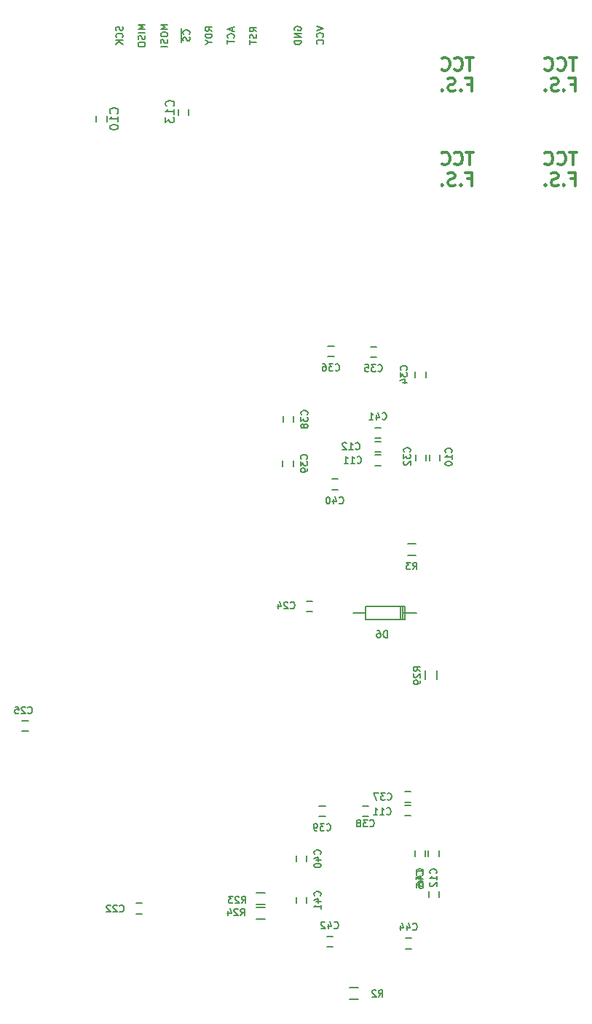
<source format=gbr>
G04 #@! TF.FileFunction,Legend,Bot*
%FSLAX46Y46*%
G04 Gerber Fmt 4.6, Leading zero omitted, Abs format (unit mm)*
G04 Created by KiCad (PCBNEW 4.0.2-stable) date 19/04/2016 11:25:51*
%MOMM*%
G01*
G04 APERTURE LIST*
%ADD10C,0.100000*%
%ADD11C,0.175000*%
%ADD12C,0.300000*%
%ADD13C,0.150000*%
G04 APERTURE END LIST*
D10*
D11*
X50009810Y-58534429D02*
X50047905Y-58648715D01*
X50047905Y-58839191D01*
X50009810Y-58915381D01*
X49971714Y-58953477D01*
X49895524Y-58991572D01*
X49819333Y-58991572D01*
X49743143Y-58953477D01*
X49705048Y-58915381D01*
X49666952Y-58839191D01*
X49628857Y-58686810D01*
X49590762Y-58610619D01*
X49552667Y-58572524D01*
X49476476Y-58534429D01*
X49400286Y-58534429D01*
X49324095Y-58572524D01*
X49286000Y-58610619D01*
X49247905Y-58686810D01*
X49247905Y-58877286D01*
X49286000Y-58991572D01*
X49971714Y-59791572D02*
X50009810Y-59753477D01*
X50047905Y-59639191D01*
X50047905Y-59563001D01*
X50009810Y-59448715D01*
X49933619Y-59372524D01*
X49857429Y-59334429D01*
X49705048Y-59296334D01*
X49590762Y-59296334D01*
X49438381Y-59334429D01*
X49362190Y-59372524D01*
X49286000Y-59448715D01*
X49247905Y-59563001D01*
X49247905Y-59639191D01*
X49286000Y-59753477D01*
X49324095Y-59791572D01*
X50047905Y-60134429D02*
X49247905Y-60134429D01*
X50047905Y-60591572D02*
X49590762Y-60248715D01*
X49247905Y-60591572D02*
X49705048Y-60134429D01*
X52637905Y-58305857D02*
X51837905Y-58305857D01*
X52409333Y-58572524D01*
X51837905Y-58839191D01*
X52637905Y-58839191D01*
X52637905Y-59220143D02*
X51837905Y-59220143D01*
X52599810Y-59563000D02*
X52637905Y-59677286D01*
X52637905Y-59867762D01*
X52599810Y-59943952D01*
X52561714Y-59982048D01*
X52485524Y-60020143D01*
X52409333Y-60020143D01*
X52333143Y-59982048D01*
X52295048Y-59943952D01*
X52256952Y-59867762D01*
X52218857Y-59715381D01*
X52180762Y-59639190D01*
X52142667Y-59601095D01*
X52066476Y-59563000D01*
X51990286Y-59563000D01*
X51914095Y-59601095D01*
X51876000Y-59639190D01*
X51837905Y-59715381D01*
X51837905Y-59905857D01*
X51876000Y-60020143D01*
X51837905Y-60515381D02*
X51837905Y-60667762D01*
X51876000Y-60743953D01*
X51952190Y-60820143D01*
X52104571Y-60858238D01*
X52371238Y-60858238D01*
X52523619Y-60820143D01*
X52599810Y-60743953D01*
X52637905Y-60667762D01*
X52637905Y-60515381D01*
X52599810Y-60439191D01*
X52523619Y-60363000D01*
X52371238Y-60324905D01*
X52104571Y-60324905D01*
X51952190Y-60363000D01*
X51876000Y-60439191D01*
X51837905Y-60515381D01*
X55227905Y-58305857D02*
X54427905Y-58305857D01*
X54999333Y-58572524D01*
X54427905Y-58839191D01*
X55227905Y-58839191D01*
X54427905Y-59372524D02*
X54427905Y-59524905D01*
X54466000Y-59601096D01*
X54542190Y-59677286D01*
X54694571Y-59715381D01*
X54961238Y-59715381D01*
X55113619Y-59677286D01*
X55189810Y-59601096D01*
X55227905Y-59524905D01*
X55227905Y-59372524D01*
X55189810Y-59296334D01*
X55113619Y-59220143D01*
X54961238Y-59182048D01*
X54694571Y-59182048D01*
X54542190Y-59220143D01*
X54466000Y-59296334D01*
X54427905Y-59372524D01*
X55189810Y-60020143D02*
X55227905Y-60134429D01*
X55227905Y-60324905D01*
X55189810Y-60401095D01*
X55151714Y-60439191D01*
X55075524Y-60477286D01*
X54999333Y-60477286D01*
X54923143Y-60439191D01*
X54885048Y-60401095D01*
X54846952Y-60324905D01*
X54808857Y-60172524D01*
X54770762Y-60096333D01*
X54732667Y-60058238D01*
X54656476Y-60020143D01*
X54580286Y-60020143D01*
X54504095Y-60058238D01*
X54466000Y-60096333D01*
X54427905Y-60172524D01*
X54427905Y-60363000D01*
X54466000Y-60477286D01*
X55227905Y-60820143D02*
X54427905Y-60820143D01*
X57741714Y-59429667D02*
X57779810Y-59391572D01*
X57817905Y-59277286D01*
X57817905Y-59201096D01*
X57779810Y-59086810D01*
X57703619Y-59010619D01*
X57627429Y-58972524D01*
X57475048Y-58934429D01*
X57360762Y-58934429D01*
X57208381Y-58972524D01*
X57132190Y-59010619D01*
X57056000Y-59086810D01*
X57017905Y-59201096D01*
X57017905Y-59277286D01*
X57056000Y-59391572D01*
X57094095Y-59429667D01*
X57779810Y-59734429D02*
X57817905Y-59848715D01*
X57817905Y-60039191D01*
X57779810Y-60115381D01*
X57741714Y-60153477D01*
X57665524Y-60191572D01*
X57589333Y-60191572D01*
X57513143Y-60153477D01*
X57475048Y-60115381D01*
X57436952Y-60039191D01*
X57398857Y-59886810D01*
X57360762Y-59810619D01*
X57322667Y-59772524D01*
X57246476Y-59734429D01*
X57170286Y-59734429D01*
X57094095Y-59772524D01*
X57056000Y-59810619D01*
X57017905Y-59886810D01*
X57017905Y-60077286D01*
X57056000Y-60191572D01*
X56880000Y-58782048D02*
X56880000Y-60343953D01*
X60407905Y-59067762D02*
X60026952Y-58801095D01*
X60407905Y-58610619D02*
X59607905Y-58610619D01*
X59607905Y-58915381D01*
X59646000Y-58991572D01*
X59684095Y-59029667D01*
X59760286Y-59067762D01*
X59874571Y-59067762D01*
X59950762Y-59029667D01*
X59988857Y-58991572D01*
X60026952Y-58915381D01*
X60026952Y-58610619D01*
X60407905Y-59410619D02*
X59607905Y-59410619D01*
X59607905Y-59601095D01*
X59646000Y-59715381D01*
X59722190Y-59791572D01*
X59798381Y-59829667D01*
X59950762Y-59867762D01*
X60065048Y-59867762D01*
X60217429Y-59829667D01*
X60293619Y-59791572D01*
X60369810Y-59715381D01*
X60407905Y-59601095D01*
X60407905Y-59410619D01*
X60026952Y-60363000D02*
X60407905Y-60363000D01*
X59607905Y-60096333D02*
X60026952Y-60363000D01*
X59607905Y-60629667D01*
X62769333Y-58667762D02*
X62769333Y-59048714D01*
X62997905Y-58591571D02*
X62197905Y-58858238D01*
X62997905Y-59124905D01*
X62921714Y-59848714D02*
X62959810Y-59810619D01*
X62997905Y-59696333D01*
X62997905Y-59620143D01*
X62959810Y-59505857D01*
X62883619Y-59429666D01*
X62807429Y-59391571D01*
X62655048Y-59353476D01*
X62540762Y-59353476D01*
X62388381Y-59391571D01*
X62312190Y-59429666D01*
X62236000Y-59505857D01*
X62197905Y-59620143D01*
X62197905Y-59696333D01*
X62236000Y-59810619D01*
X62274095Y-59848714D01*
X62197905Y-60077285D02*
X62197905Y-60534428D01*
X62997905Y-60305857D02*
X62197905Y-60305857D01*
X65587905Y-59124905D02*
X65206952Y-58858238D01*
X65587905Y-58667762D02*
X64787905Y-58667762D01*
X64787905Y-58972524D01*
X64826000Y-59048715D01*
X64864095Y-59086810D01*
X64940286Y-59124905D01*
X65054571Y-59124905D01*
X65130762Y-59086810D01*
X65168857Y-59048715D01*
X65206952Y-58972524D01*
X65206952Y-58667762D01*
X65549810Y-59429667D02*
X65587905Y-59543953D01*
X65587905Y-59734429D01*
X65549810Y-59810619D01*
X65511714Y-59848715D01*
X65435524Y-59886810D01*
X65359333Y-59886810D01*
X65283143Y-59848715D01*
X65245048Y-59810619D01*
X65206952Y-59734429D01*
X65168857Y-59582048D01*
X65130762Y-59505857D01*
X65092667Y-59467762D01*
X65016476Y-59429667D01*
X64940286Y-59429667D01*
X64864095Y-59467762D01*
X64826000Y-59505857D01*
X64787905Y-59582048D01*
X64787905Y-59772524D01*
X64826000Y-59886810D01*
X64787905Y-60115381D02*
X64787905Y-60572524D01*
X65587905Y-60343953D02*
X64787905Y-60343953D01*
X70006000Y-58953477D02*
X69967905Y-58877286D01*
X69967905Y-58763001D01*
X70006000Y-58648715D01*
X70082190Y-58572524D01*
X70158381Y-58534429D01*
X70310762Y-58496334D01*
X70425048Y-58496334D01*
X70577429Y-58534429D01*
X70653619Y-58572524D01*
X70729810Y-58648715D01*
X70767905Y-58763001D01*
X70767905Y-58839191D01*
X70729810Y-58953477D01*
X70691714Y-58991572D01*
X70425048Y-58991572D01*
X70425048Y-58839191D01*
X70767905Y-59334429D02*
X69967905Y-59334429D01*
X70767905Y-59791572D01*
X69967905Y-59791572D01*
X70767905Y-60172524D02*
X69967905Y-60172524D01*
X69967905Y-60363000D01*
X70006000Y-60477286D01*
X70082190Y-60553477D01*
X70158381Y-60591572D01*
X70310762Y-60629667D01*
X70425048Y-60629667D01*
X70577429Y-60591572D01*
X70653619Y-60553477D01*
X70729810Y-60477286D01*
X70767905Y-60363000D01*
X70767905Y-60172524D01*
X72557905Y-58496333D02*
X73357905Y-58763000D01*
X72557905Y-59029667D01*
X73281714Y-59753476D02*
X73319810Y-59715381D01*
X73357905Y-59601095D01*
X73357905Y-59524905D01*
X73319810Y-59410619D01*
X73243619Y-59334428D01*
X73167429Y-59296333D01*
X73015048Y-59258238D01*
X72900762Y-59258238D01*
X72748381Y-59296333D01*
X72672190Y-59334428D01*
X72596000Y-59410619D01*
X72557905Y-59524905D01*
X72557905Y-59601095D01*
X72596000Y-59715381D01*
X72634095Y-59753476D01*
X73281714Y-60553476D02*
X73319810Y-60515381D01*
X73357905Y-60401095D01*
X73357905Y-60324905D01*
X73319810Y-60210619D01*
X73243619Y-60134428D01*
X73167429Y-60096333D01*
X73015048Y-60058238D01*
X72900762Y-60058238D01*
X72748381Y-60096333D01*
X72672190Y-60134428D01*
X72596000Y-60210619D01*
X72557905Y-60324905D01*
X72557905Y-60401095D01*
X72596000Y-60515381D01*
X72634095Y-60553476D01*
D12*
X90828571Y-73099071D02*
X89971428Y-73099071D01*
X90399999Y-74599071D02*
X90399999Y-73099071D01*
X88614285Y-74456214D02*
X88685714Y-74527643D01*
X88900000Y-74599071D01*
X89042857Y-74599071D01*
X89257142Y-74527643D01*
X89400000Y-74384786D01*
X89471428Y-74241929D01*
X89542857Y-73956214D01*
X89542857Y-73741929D01*
X89471428Y-73456214D01*
X89400000Y-73313357D01*
X89257142Y-73170500D01*
X89042857Y-73099071D01*
X88900000Y-73099071D01*
X88685714Y-73170500D01*
X88614285Y-73241929D01*
X87114285Y-74456214D02*
X87185714Y-74527643D01*
X87400000Y-74599071D01*
X87542857Y-74599071D01*
X87757142Y-74527643D01*
X87900000Y-74384786D01*
X87971428Y-74241929D01*
X88042857Y-73956214D01*
X88042857Y-73741929D01*
X87971428Y-73456214D01*
X87900000Y-73313357D01*
X87757142Y-73170500D01*
X87542857Y-73099071D01*
X87400000Y-73099071D01*
X87185714Y-73170500D01*
X87114285Y-73241929D01*
X90114285Y-76213357D02*
X90614285Y-76213357D01*
X90614285Y-76999071D02*
X90614285Y-75499071D01*
X89899999Y-75499071D01*
X89328571Y-76856214D02*
X89257143Y-76927643D01*
X89328571Y-76999071D01*
X89400000Y-76927643D01*
X89328571Y-76856214D01*
X89328571Y-76999071D01*
X88685714Y-76927643D02*
X88471428Y-76999071D01*
X88114285Y-76999071D01*
X87971428Y-76927643D01*
X87899999Y-76856214D01*
X87828571Y-76713357D01*
X87828571Y-76570500D01*
X87899999Y-76427643D01*
X87971428Y-76356214D01*
X88114285Y-76284786D01*
X88399999Y-76213357D01*
X88542857Y-76141929D01*
X88614285Y-76070500D01*
X88685714Y-75927643D01*
X88685714Y-75784786D01*
X88614285Y-75641929D01*
X88542857Y-75570500D01*
X88399999Y-75499071D01*
X88042857Y-75499071D01*
X87828571Y-75570500D01*
X87185714Y-76856214D02*
X87114286Y-76927643D01*
X87185714Y-76999071D01*
X87257143Y-76927643D01*
X87185714Y-76856214D01*
X87185714Y-76999071D01*
X102830071Y-62113571D02*
X101972928Y-62113571D01*
X102401499Y-63613571D02*
X102401499Y-62113571D01*
X100615785Y-63470714D02*
X100687214Y-63542143D01*
X100901500Y-63613571D01*
X101044357Y-63613571D01*
X101258642Y-63542143D01*
X101401500Y-63399286D01*
X101472928Y-63256429D01*
X101544357Y-62970714D01*
X101544357Y-62756429D01*
X101472928Y-62470714D01*
X101401500Y-62327857D01*
X101258642Y-62185000D01*
X101044357Y-62113571D01*
X100901500Y-62113571D01*
X100687214Y-62185000D01*
X100615785Y-62256429D01*
X99115785Y-63470714D02*
X99187214Y-63542143D01*
X99401500Y-63613571D01*
X99544357Y-63613571D01*
X99758642Y-63542143D01*
X99901500Y-63399286D01*
X99972928Y-63256429D01*
X100044357Y-62970714D01*
X100044357Y-62756429D01*
X99972928Y-62470714D01*
X99901500Y-62327857D01*
X99758642Y-62185000D01*
X99544357Y-62113571D01*
X99401500Y-62113571D01*
X99187214Y-62185000D01*
X99115785Y-62256429D01*
X102115785Y-65227857D02*
X102615785Y-65227857D01*
X102615785Y-66013571D02*
X102615785Y-64513571D01*
X101901499Y-64513571D01*
X101330071Y-65870714D02*
X101258643Y-65942143D01*
X101330071Y-66013571D01*
X101401500Y-65942143D01*
X101330071Y-65870714D01*
X101330071Y-66013571D01*
X100687214Y-65942143D02*
X100472928Y-66013571D01*
X100115785Y-66013571D01*
X99972928Y-65942143D01*
X99901499Y-65870714D01*
X99830071Y-65727857D01*
X99830071Y-65585000D01*
X99901499Y-65442143D01*
X99972928Y-65370714D01*
X100115785Y-65299286D01*
X100401499Y-65227857D01*
X100544357Y-65156429D01*
X100615785Y-65085000D01*
X100687214Y-64942143D01*
X100687214Y-64799286D01*
X100615785Y-64656429D01*
X100544357Y-64585000D01*
X100401499Y-64513571D01*
X100044357Y-64513571D01*
X99830071Y-64585000D01*
X99187214Y-65870714D02*
X99115786Y-65942143D01*
X99187214Y-66013571D01*
X99258643Y-65942143D01*
X99187214Y-65870714D01*
X99187214Y-66013571D01*
X102830071Y-73099071D02*
X101972928Y-73099071D01*
X102401499Y-74599071D02*
X102401499Y-73099071D01*
X100615785Y-74456214D02*
X100687214Y-74527643D01*
X100901500Y-74599071D01*
X101044357Y-74599071D01*
X101258642Y-74527643D01*
X101401500Y-74384786D01*
X101472928Y-74241929D01*
X101544357Y-73956214D01*
X101544357Y-73741929D01*
X101472928Y-73456214D01*
X101401500Y-73313357D01*
X101258642Y-73170500D01*
X101044357Y-73099071D01*
X100901500Y-73099071D01*
X100687214Y-73170500D01*
X100615785Y-73241929D01*
X99115785Y-74456214D02*
X99187214Y-74527643D01*
X99401500Y-74599071D01*
X99544357Y-74599071D01*
X99758642Y-74527643D01*
X99901500Y-74384786D01*
X99972928Y-74241929D01*
X100044357Y-73956214D01*
X100044357Y-73741929D01*
X99972928Y-73456214D01*
X99901500Y-73313357D01*
X99758642Y-73170500D01*
X99544357Y-73099071D01*
X99401500Y-73099071D01*
X99187214Y-73170500D01*
X99115785Y-73241929D01*
X102115785Y-76213357D02*
X102615785Y-76213357D01*
X102615785Y-76999071D02*
X102615785Y-75499071D01*
X101901499Y-75499071D01*
X101330071Y-76856214D02*
X101258643Y-76927643D01*
X101330071Y-76999071D01*
X101401500Y-76927643D01*
X101330071Y-76856214D01*
X101330071Y-76999071D01*
X100687214Y-76927643D02*
X100472928Y-76999071D01*
X100115785Y-76999071D01*
X99972928Y-76927643D01*
X99901499Y-76856214D01*
X99830071Y-76713357D01*
X99830071Y-76570500D01*
X99901499Y-76427643D01*
X99972928Y-76356214D01*
X100115785Y-76284786D01*
X100401499Y-76213357D01*
X100544357Y-76141929D01*
X100615785Y-76070500D01*
X100687214Y-75927643D01*
X100687214Y-75784786D01*
X100615785Y-75641929D01*
X100544357Y-75570500D01*
X100401499Y-75499071D01*
X100044357Y-75499071D01*
X99830071Y-75570500D01*
X99187214Y-76856214D02*
X99115786Y-76927643D01*
X99187214Y-76999071D01*
X99258643Y-76927643D01*
X99187214Y-76856214D01*
X99187214Y-76999071D01*
X90828571Y-62113571D02*
X89971428Y-62113571D01*
X90399999Y-63613571D02*
X90399999Y-62113571D01*
X88614285Y-63470714D02*
X88685714Y-63542143D01*
X88900000Y-63613571D01*
X89042857Y-63613571D01*
X89257142Y-63542143D01*
X89400000Y-63399286D01*
X89471428Y-63256429D01*
X89542857Y-62970714D01*
X89542857Y-62756429D01*
X89471428Y-62470714D01*
X89400000Y-62327857D01*
X89257142Y-62185000D01*
X89042857Y-62113571D01*
X88900000Y-62113571D01*
X88685714Y-62185000D01*
X88614285Y-62256429D01*
X87114285Y-63470714D02*
X87185714Y-63542143D01*
X87400000Y-63613571D01*
X87542857Y-63613571D01*
X87757142Y-63542143D01*
X87900000Y-63399286D01*
X87971428Y-63256429D01*
X88042857Y-62970714D01*
X88042857Y-62756429D01*
X87971428Y-62470714D01*
X87900000Y-62327857D01*
X87757142Y-62185000D01*
X87542857Y-62113571D01*
X87400000Y-62113571D01*
X87185714Y-62185000D01*
X87114285Y-62256429D01*
X90114285Y-65227857D02*
X90614285Y-65227857D01*
X90614285Y-66013571D02*
X90614285Y-64513571D01*
X89899999Y-64513571D01*
X89328571Y-65870714D02*
X89257143Y-65942143D01*
X89328571Y-66013571D01*
X89400000Y-65942143D01*
X89328571Y-65870714D01*
X89328571Y-66013571D01*
X88685714Y-65942143D02*
X88471428Y-66013571D01*
X88114285Y-66013571D01*
X87971428Y-65942143D01*
X87899999Y-65870714D01*
X87828571Y-65727857D01*
X87828571Y-65585000D01*
X87899999Y-65442143D01*
X87971428Y-65370714D01*
X88114285Y-65299286D01*
X88399999Y-65227857D01*
X88542857Y-65156429D01*
X88614285Y-65085000D01*
X88685714Y-64942143D01*
X88685714Y-64799286D01*
X88614285Y-64656429D01*
X88542857Y-64585000D01*
X88399999Y-64513571D01*
X88042857Y-64513571D01*
X87828571Y-64585000D01*
X87185714Y-65870714D02*
X87114286Y-65942143D01*
X87185714Y-66013571D01*
X87257143Y-65942143D01*
X87185714Y-65870714D01*
X87185714Y-66013571D01*
D13*
X85696500Y-108235000D02*
X85696500Y-108935000D01*
X86896500Y-108935000D02*
X86896500Y-108235000D01*
X79342500Y-109502500D02*
X80042500Y-109502500D01*
X80042500Y-108302500D02*
X79342500Y-108302500D01*
X79342500Y-107915000D02*
X80042500Y-107915000D01*
X80042500Y-106715000D02*
X79342500Y-106715000D01*
X84109000Y-108235000D02*
X84109000Y-108935000D01*
X85309000Y-108935000D02*
X85309000Y-108235000D01*
X84045500Y-98583000D02*
X84045500Y-99283000D01*
X85245500Y-99283000D02*
X85245500Y-98583000D01*
X78834500Y-96929500D02*
X79534500Y-96929500D01*
X79534500Y-95729500D02*
X78834500Y-95729500D01*
X73881500Y-96866000D02*
X74581500Y-96866000D01*
X74581500Y-95666000D02*
X73881500Y-95666000D01*
X69878500Y-104490000D02*
X69878500Y-103790000D01*
X68678500Y-103790000D02*
X68678500Y-104490000D01*
X69837000Y-109613000D02*
X69837000Y-108913000D01*
X68637000Y-108913000D02*
X68637000Y-109613000D01*
X74326000Y-112296500D02*
X75026000Y-112296500D01*
X75026000Y-111096500D02*
X74326000Y-111096500D01*
X80042500Y-105127500D02*
X79342500Y-105127500D01*
X79342500Y-106327500D02*
X80042500Y-106327500D01*
X84129500Y-118641500D02*
X83129500Y-118641500D01*
X83129500Y-119991500D02*
X84129500Y-119991500D01*
X48161500Y-69565000D02*
X48161500Y-68865000D01*
X46961500Y-68865000D02*
X46961500Y-69565000D01*
X56486500Y-68103000D02*
X56486500Y-68803000D01*
X57686500Y-68803000D02*
X57686500Y-68103000D01*
X82835000Y-148618500D02*
X83535000Y-148618500D01*
X83535000Y-147418500D02*
X82835000Y-147418500D01*
X82835000Y-150206000D02*
X83535000Y-150206000D01*
X83535000Y-149006000D02*
X82835000Y-149006000D01*
X85569500Y-154209000D02*
X85569500Y-154909000D01*
X86769500Y-154909000D02*
X86769500Y-154209000D01*
X51593000Y-161572500D02*
X52293000Y-161572500D01*
X52293000Y-160372500D02*
X51593000Y-160372500D01*
X71405000Y-126457000D02*
X72105000Y-126457000D01*
X72105000Y-125257000D02*
X71405000Y-125257000D01*
X38321500Y-140363500D02*
X39021500Y-140363500D01*
X39021500Y-139163500D02*
X38321500Y-139163500D01*
X77882000Y-150269500D02*
X78582000Y-150269500D01*
X78582000Y-149069500D02*
X77882000Y-149069500D01*
X72865500Y-150269500D02*
X73565500Y-150269500D01*
X73565500Y-149069500D02*
X72865500Y-149069500D01*
X71402500Y-155544000D02*
X71402500Y-154844000D01*
X70202500Y-154844000D02*
X70202500Y-155544000D01*
X71402500Y-160370000D02*
X71402500Y-159670000D01*
X70202500Y-159670000D02*
X70202500Y-160370000D01*
X74454500Y-164246000D02*
X73754500Y-164246000D01*
X73754500Y-165446000D02*
X74454500Y-165446000D01*
X83598500Y-164436500D02*
X82898500Y-164436500D01*
X82898500Y-165636500D02*
X83598500Y-165636500D01*
X86833000Y-159671500D02*
X86833000Y-158971500D01*
X85633000Y-158971500D02*
X85633000Y-159671500D01*
X83982000Y-154209000D02*
X83982000Y-154909000D01*
X85182000Y-154909000D02*
X85182000Y-154209000D01*
X77398500Y-170140000D02*
X76398500Y-170140000D01*
X76398500Y-171490000D02*
X77398500Y-171490000D01*
X66540000Y-159154500D02*
X65540000Y-159154500D01*
X65540000Y-160504500D02*
X66540000Y-160504500D01*
X66540000Y-160869000D02*
X65540000Y-160869000D01*
X65540000Y-162219000D02*
X66540000Y-162219000D01*
X78231480Y-126616460D02*
X76834480Y-126616460D01*
X82676480Y-126616460D02*
X84200480Y-126616460D01*
X82295480Y-125854460D02*
X82295480Y-127378460D01*
X82549480Y-125854460D02*
X82549480Y-127378460D01*
X82803480Y-126616460D02*
X82803480Y-127378460D01*
X82803480Y-127378460D02*
X78231480Y-127378460D01*
X78231480Y-127378460D02*
X78231480Y-125854460D01*
X78231480Y-125854460D02*
X82803480Y-125854460D01*
X82803480Y-125854460D02*
X82803480Y-126616460D01*
X85177000Y-133358000D02*
X85177000Y-134358000D01*
X86527000Y-134358000D02*
X86527000Y-133358000D01*
X88233214Y-108007214D02*
X88271310Y-107969119D01*
X88309405Y-107854833D01*
X88309405Y-107778643D01*
X88271310Y-107664357D01*
X88195119Y-107588166D01*
X88118929Y-107550071D01*
X87966548Y-107511976D01*
X87852262Y-107511976D01*
X87699881Y-107550071D01*
X87623690Y-107588166D01*
X87547500Y-107664357D01*
X87509405Y-107778643D01*
X87509405Y-107854833D01*
X87547500Y-107969119D01*
X87585595Y-108007214D01*
X88309405Y-108769119D02*
X88309405Y-108311976D01*
X88309405Y-108540547D02*
X87509405Y-108540547D01*
X87623690Y-108464357D01*
X87699881Y-108388166D01*
X87737976Y-108311976D01*
X87509405Y-109264357D02*
X87509405Y-109340548D01*
X87547500Y-109416738D01*
X87585595Y-109454833D01*
X87661786Y-109492929D01*
X87814167Y-109531024D01*
X88004643Y-109531024D01*
X88157024Y-109492929D01*
X88233214Y-109454833D01*
X88271310Y-109416738D01*
X88309405Y-109340548D01*
X88309405Y-109264357D01*
X88271310Y-109188167D01*
X88233214Y-109150071D01*
X88157024Y-109111976D01*
X88004643Y-109073881D01*
X87814167Y-109073881D01*
X87661786Y-109111976D01*
X87585595Y-109150071D01*
X87547500Y-109188167D01*
X87509405Y-109264357D01*
X77285786Y-109188214D02*
X77323881Y-109226310D01*
X77438167Y-109264405D01*
X77514357Y-109264405D01*
X77628643Y-109226310D01*
X77704834Y-109150119D01*
X77742929Y-109073929D01*
X77781024Y-108921548D01*
X77781024Y-108807262D01*
X77742929Y-108654881D01*
X77704834Y-108578690D01*
X77628643Y-108502500D01*
X77514357Y-108464405D01*
X77438167Y-108464405D01*
X77323881Y-108502500D01*
X77285786Y-108540595D01*
X76523881Y-109264405D02*
X76981024Y-109264405D01*
X76752453Y-109264405D02*
X76752453Y-108464405D01*
X76828643Y-108578690D01*
X76904834Y-108654881D01*
X76981024Y-108692976D01*
X75761976Y-109264405D02*
X76219119Y-109264405D01*
X75990548Y-109264405D02*
X75990548Y-108464405D01*
X76066738Y-108578690D01*
X76142929Y-108654881D01*
X76219119Y-108692976D01*
X77095286Y-107600714D02*
X77133381Y-107638810D01*
X77247667Y-107676905D01*
X77323857Y-107676905D01*
X77438143Y-107638810D01*
X77514334Y-107562619D01*
X77552429Y-107486429D01*
X77590524Y-107334048D01*
X77590524Y-107219762D01*
X77552429Y-107067381D01*
X77514334Y-106991190D01*
X77438143Y-106915000D01*
X77323857Y-106876905D01*
X77247667Y-106876905D01*
X77133381Y-106915000D01*
X77095286Y-106953095D01*
X76333381Y-107676905D02*
X76790524Y-107676905D01*
X76561953Y-107676905D02*
X76561953Y-106876905D01*
X76638143Y-106991190D01*
X76714334Y-107067381D01*
X76790524Y-107105476D01*
X76028619Y-106953095D02*
X75990524Y-106915000D01*
X75914333Y-106876905D01*
X75723857Y-106876905D01*
X75647667Y-106915000D01*
X75609571Y-106953095D01*
X75571476Y-107029286D01*
X75571476Y-107105476D01*
X75609571Y-107219762D01*
X76066714Y-107676905D01*
X75571476Y-107676905D01*
X83407214Y-107943714D02*
X83445310Y-107905619D01*
X83483405Y-107791333D01*
X83483405Y-107715143D01*
X83445310Y-107600857D01*
X83369119Y-107524666D01*
X83292929Y-107486571D01*
X83140548Y-107448476D01*
X83026262Y-107448476D01*
X82873881Y-107486571D01*
X82797690Y-107524666D01*
X82721500Y-107600857D01*
X82683405Y-107715143D01*
X82683405Y-107791333D01*
X82721500Y-107905619D01*
X82759595Y-107943714D01*
X82683405Y-108210381D02*
X82683405Y-108705619D01*
X82988167Y-108438952D01*
X82988167Y-108553238D01*
X83026262Y-108629428D01*
X83064357Y-108667524D01*
X83140548Y-108705619D01*
X83331024Y-108705619D01*
X83407214Y-108667524D01*
X83445310Y-108629428D01*
X83483405Y-108553238D01*
X83483405Y-108324666D01*
X83445310Y-108248476D01*
X83407214Y-108210381D01*
X82759595Y-109010381D02*
X82721500Y-109048476D01*
X82683405Y-109124667D01*
X82683405Y-109315143D01*
X82721500Y-109391333D01*
X82759595Y-109429429D01*
X82835786Y-109467524D01*
X82911976Y-109467524D01*
X83026262Y-109429429D01*
X83483405Y-108972286D01*
X83483405Y-109467524D01*
X83031214Y-98418714D02*
X83069310Y-98380619D01*
X83107405Y-98266333D01*
X83107405Y-98190143D01*
X83069310Y-98075857D01*
X82993119Y-97999666D01*
X82916929Y-97961571D01*
X82764548Y-97923476D01*
X82650262Y-97923476D01*
X82497881Y-97961571D01*
X82421690Y-97999666D01*
X82345500Y-98075857D01*
X82307405Y-98190143D01*
X82307405Y-98266333D01*
X82345500Y-98380619D01*
X82383595Y-98418714D01*
X82307405Y-98685381D02*
X82307405Y-99180619D01*
X82612167Y-98913952D01*
X82612167Y-99028238D01*
X82650262Y-99104428D01*
X82688357Y-99142524D01*
X82764548Y-99180619D01*
X82955024Y-99180619D01*
X83031214Y-99142524D01*
X83069310Y-99104428D01*
X83107405Y-99028238D01*
X83107405Y-98799666D01*
X83069310Y-98723476D01*
X83031214Y-98685381D01*
X82574071Y-99866333D02*
X83107405Y-99866333D01*
X82269310Y-99675857D02*
X82840738Y-99485381D01*
X82840738Y-99980619D01*
X79698786Y-98515214D02*
X79736881Y-98553310D01*
X79851167Y-98591405D01*
X79927357Y-98591405D01*
X80041643Y-98553310D01*
X80117834Y-98477119D01*
X80155929Y-98400929D01*
X80194024Y-98248548D01*
X80194024Y-98134262D01*
X80155929Y-97981881D01*
X80117834Y-97905690D01*
X80041643Y-97829500D01*
X79927357Y-97791405D01*
X79851167Y-97791405D01*
X79736881Y-97829500D01*
X79698786Y-97867595D01*
X79432119Y-97791405D02*
X78936881Y-97791405D01*
X79203548Y-98096167D01*
X79089262Y-98096167D01*
X79013072Y-98134262D01*
X78974976Y-98172357D01*
X78936881Y-98248548D01*
X78936881Y-98439024D01*
X78974976Y-98515214D01*
X79013072Y-98553310D01*
X79089262Y-98591405D01*
X79317834Y-98591405D01*
X79394024Y-98553310D01*
X79432119Y-98515214D01*
X78213071Y-97791405D02*
X78594024Y-97791405D01*
X78632119Y-98172357D01*
X78594024Y-98134262D01*
X78517833Y-98096167D01*
X78327357Y-98096167D01*
X78251167Y-98134262D01*
X78213071Y-98172357D01*
X78174976Y-98248548D01*
X78174976Y-98439024D01*
X78213071Y-98515214D01*
X78251167Y-98553310D01*
X78327357Y-98591405D01*
X78517833Y-98591405D01*
X78594024Y-98553310D01*
X78632119Y-98515214D01*
X74745786Y-98451714D02*
X74783881Y-98489810D01*
X74898167Y-98527905D01*
X74974357Y-98527905D01*
X75088643Y-98489810D01*
X75164834Y-98413619D01*
X75202929Y-98337429D01*
X75241024Y-98185048D01*
X75241024Y-98070762D01*
X75202929Y-97918381D01*
X75164834Y-97842190D01*
X75088643Y-97766000D01*
X74974357Y-97727905D01*
X74898167Y-97727905D01*
X74783881Y-97766000D01*
X74745786Y-97804095D01*
X74479119Y-97727905D02*
X73983881Y-97727905D01*
X74250548Y-98032667D01*
X74136262Y-98032667D01*
X74060072Y-98070762D01*
X74021976Y-98108857D01*
X73983881Y-98185048D01*
X73983881Y-98375524D01*
X74021976Y-98451714D01*
X74060072Y-98489810D01*
X74136262Y-98527905D01*
X74364834Y-98527905D01*
X74441024Y-98489810D01*
X74479119Y-98451714D01*
X73298167Y-97727905D02*
X73450548Y-97727905D01*
X73526738Y-97766000D01*
X73564833Y-97804095D01*
X73641024Y-97918381D01*
X73679119Y-98070762D01*
X73679119Y-98375524D01*
X73641024Y-98451714D01*
X73602929Y-98489810D01*
X73526738Y-98527905D01*
X73374357Y-98527905D01*
X73298167Y-98489810D01*
X73260071Y-98451714D01*
X73221976Y-98375524D01*
X73221976Y-98185048D01*
X73260071Y-98108857D01*
X73298167Y-98070762D01*
X73374357Y-98032667D01*
X73526738Y-98032667D01*
X73602929Y-98070762D01*
X73641024Y-98108857D01*
X73679119Y-98185048D01*
X71464214Y-103625714D02*
X71502310Y-103587619D01*
X71540405Y-103473333D01*
X71540405Y-103397143D01*
X71502310Y-103282857D01*
X71426119Y-103206666D01*
X71349929Y-103168571D01*
X71197548Y-103130476D01*
X71083262Y-103130476D01*
X70930881Y-103168571D01*
X70854690Y-103206666D01*
X70778500Y-103282857D01*
X70740405Y-103397143D01*
X70740405Y-103473333D01*
X70778500Y-103587619D01*
X70816595Y-103625714D01*
X70740405Y-103892381D02*
X70740405Y-104387619D01*
X71045167Y-104120952D01*
X71045167Y-104235238D01*
X71083262Y-104311428D01*
X71121357Y-104349524D01*
X71197548Y-104387619D01*
X71388024Y-104387619D01*
X71464214Y-104349524D01*
X71502310Y-104311428D01*
X71540405Y-104235238D01*
X71540405Y-104006666D01*
X71502310Y-103930476D01*
X71464214Y-103892381D01*
X71083262Y-104844762D02*
X71045167Y-104768571D01*
X71007071Y-104730476D01*
X70930881Y-104692381D01*
X70892786Y-104692381D01*
X70816595Y-104730476D01*
X70778500Y-104768571D01*
X70740405Y-104844762D01*
X70740405Y-104997143D01*
X70778500Y-105073333D01*
X70816595Y-105111429D01*
X70892786Y-105149524D01*
X70930881Y-105149524D01*
X71007071Y-105111429D01*
X71045167Y-105073333D01*
X71083262Y-104997143D01*
X71083262Y-104844762D01*
X71121357Y-104768571D01*
X71159452Y-104730476D01*
X71235643Y-104692381D01*
X71388024Y-104692381D01*
X71464214Y-104730476D01*
X71502310Y-104768571D01*
X71540405Y-104844762D01*
X71540405Y-104997143D01*
X71502310Y-105073333D01*
X71464214Y-105111429D01*
X71388024Y-105149524D01*
X71235643Y-105149524D01*
X71159452Y-105111429D01*
X71121357Y-105073333D01*
X71083262Y-104997143D01*
X71422714Y-108748714D02*
X71460810Y-108710619D01*
X71498905Y-108596333D01*
X71498905Y-108520143D01*
X71460810Y-108405857D01*
X71384619Y-108329666D01*
X71308429Y-108291571D01*
X71156048Y-108253476D01*
X71041762Y-108253476D01*
X70889381Y-108291571D01*
X70813190Y-108329666D01*
X70737000Y-108405857D01*
X70698905Y-108520143D01*
X70698905Y-108596333D01*
X70737000Y-108710619D01*
X70775095Y-108748714D01*
X70698905Y-109015381D02*
X70698905Y-109510619D01*
X71003667Y-109243952D01*
X71003667Y-109358238D01*
X71041762Y-109434428D01*
X71079857Y-109472524D01*
X71156048Y-109510619D01*
X71346524Y-109510619D01*
X71422714Y-109472524D01*
X71460810Y-109434428D01*
X71498905Y-109358238D01*
X71498905Y-109129666D01*
X71460810Y-109053476D01*
X71422714Y-109015381D01*
X71498905Y-109891571D02*
X71498905Y-110043952D01*
X71460810Y-110120143D01*
X71422714Y-110158238D01*
X71308429Y-110234429D01*
X71156048Y-110272524D01*
X70851286Y-110272524D01*
X70775095Y-110234429D01*
X70737000Y-110196333D01*
X70698905Y-110120143D01*
X70698905Y-109967762D01*
X70737000Y-109891571D01*
X70775095Y-109853476D01*
X70851286Y-109815381D01*
X71041762Y-109815381D01*
X71117952Y-109853476D01*
X71156048Y-109891571D01*
X71194143Y-109967762D01*
X71194143Y-110120143D01*
X71156048Y-110196333D01*
X71117952Y-110234429D01*
X71041762Y-110272524D01*
X75190286Y-113882214D02*
X75228381Y-113920310D01*
X75342667Y-113958405D01*
X75418857Y-113958405D01*
X75533143Y-113920310D01*
X75609334Y-113844119D01*
X75647429Y-113767929D01*
X75685524Y-113615548D01*
X75685524Y-113501262D01*
X75647429Y-113348881D01*
X75609334Y-113272690D01*
X75533143Y-113196500D01*
X75418857Y-113158405D01*
X75342667Y-113158405D01*
X75228381Y-113196500D01*
X75190286Y-113234595D01*
X74504572Y-113425071D02*
X74504572Y-113958405D01*
X74695048Y-113120310D02*
X74885524Y-113691738D01*
X74390286Y-113691738D01*
X73933143Y-113158405D02*
X73856952Y-113158405D01*
X73780762Y-113196500D01*
X73742667Y-113234595D01*
X73704571Y-113310786D01*
X73666476Y-113463167D01*
X73666476Y-113653643D01*
X73704571Y-113806024D01*
X73742667Y-113882214D01*
X73780762Y-113920310D01*
X73856952Y-113958405D01*
X73933143Y-113958405D01*
X74009333Y-113920310D01*
X74047429Y-113882214D01*
X74085524Y-113806024D01*
X74123619Y-113653643D01*
X74123619Y-113463167D01*
X74085524Y-113310786D01*
X74047429Y-113234595D01*
X74009333Y-113196500D01*
X73933143Y-113158405D01*
X80206786Y-104113214D02*
X80244881Y-104151310D01*
X80359167Y-104189405D01*
X80435357Y-104189405D01*
X80549643Y-104151310D01*
X80625834Y-104075119D01*
X80663929Y-103998929D01*
X80702024Y-103846548D01*
X80702024Y-103732262D01*
X80663929Y-103579881D01*
X80625834Y-103503690D01*
X80549643Y-103427500D01*
X80435357Y-103389405D01*
X80359167Y-103389405D01*
X80244881Y-103427500D01*
X80206786Y-103465595D01*
X79521072Y-103656071D02*
X79521072Y-104189405D01*
X79711548Y-103351310D02*
X79902024Y-103922738D01*
X79406786Y-103922738D01*
X78682976Y-104189405D02*
X79140119Y-104189405D01*
X78911548Y-104189405D02*
X78911548Y-103389405D01*
X78987738Y-103503690D01*
X79063929Y-103579881D01*
X79140119Y-103617976D01*
X83762833Y-121578405D02*
X84029500Y-121197452D01*
X84219976Y-121578405D02*
X84219976Y-120778405D01*
X83915214Y-120778405D01*
X83839023Y-120816500D01*
X83800928Y-120854595D01*
X83762833Y-120930786D01*
X83762833Y-121045071D01*
X83800928Y-121121262D01*
X83839023Y-121159357D01*
X83915214Y-121197452D01*
X84219976Y-121197452D01*
X83496166Y-120778405D02*
X83000928Y-120778405D01*
X83267595Y-121083167D01*
X83153309Y-121083167D01*
X83077119Y-121121262D01*
X83039023Y-121159357D01*
X83000928Y-121235548D01*
X83000928Y-121426024D01*
X83039023Y-121502214D01*
X83077119Y-121540310D01*
X83153309Y-121578405D01*
X83381881Y-121578405D01*
X83458071Y-121540310D01*
X83496166Y-121502214D01*
X49404543Y-68610243D02*
X49452162Y-68562624D01*
X49499781Y-68419767D01*
X49499781Y-68324529D01*
X49452162Y-68181671D01*
X49356924Y-68086433D01*
X49261686Y-68038814D01*
X49071210Y-67991195D01*
X48928352Y-67991195D01*
X48737876Y-68038814D01*
X48642638Y-68086433D01*
X48547400Y-68181671D01*
X48499781Y-68324529D01*
X48499781Y-68419767D01*
X48547400Y-68562624D01*
X48595019Y-68610243D01*
X49499781Y-69562624D02*
X49499781Y-68991195D01*
X49499781Y-69276909D02*
X48499781Y-69276909D01*
X48642638Y-69181671D01*
X48737876Y-69086433D01*
X48785495Y-68991195D01*
X48499781Y-70181671D02*
X48499781Y-70276910D01*
X48547400Y-70372148D01*
X48595019Y-70419767D01*
X48690257Y-70467386D01*
X48880733Y-70515005D01*
X49118829Y-70515005D01*
X49309305Y-70467386D01*
X49404543Y-70419767D01*
X49452162Y-70372148D01*
X49499781Y-70276910D01*
X49499781Y-70181671D01*
X49452162Y-70086433D01*
X49404543Y-70038814D01*
X49309305Y-69991195D01*
X49118829Y-69943576D01*
X48880733Y-69943576D01*
X48690257Y-69991195D01*
X48595019Y-70038814D01*
X48547400Y-70086433D01*
X48499781Y-70181671D01*
X55919643Y-67746643D02*
X55967262Y-67699024D01*
X56014881Y-67556167D01*
X56014881Y-67460929D01*
X55967262Y-67318071D01*
X55872024Y-67222833D01*
X55776786Y-67175214D01*
X55586310Y-67127595D01*
X55443452Y-67127595D01*
X55252976Y-67175214D01*
X55157738Y-67222833D01*
X55062500Y-67318071D01*
X55014881Y-67460929D01*
X55014881Y-67556167D01*
X55062500Y-67699024D01*
X55110119Y-67746643D01*
X56014881Y-68699024D02*
X56014881Y-68127595D01*
X56014881Y-68413309D02*
X55014881Y-68413309D01*
X55157738Y-68318071D01*
X55252976Y-68222833D01*
X55300595Y-68127595D01*
X55014881Y-69032357D02*
X55014881Y-69651405D01*
X55395833Y-69318071D01*
X55395833Y-69460929D01*
X55443452Y-69556167D01*
X55491071Y-69603786D01*
X55586310Y-69651405D01*
X55824405Y-69651405D01*
X55919643Y-69603786D01*
X55967262Y-69556167D01*
X56014881Y-69460929D01*
X56014881Y-69175214D01*
X55967262Y-69079976D01*
X55919643Y-69032357D01*
X80778286Y-148304214D02*
X80816381Y-148342310D01*
X80930667Y-148380405D01*
X81006857Y-148380405D01*
X81121143Y-148342310D01*
X81197334Y-148266119D01*
X81235429Y-148189929D01*
X81273524Y-148037548D01*
X81273524Y-147923262D01*
X81235429Y-147770881D01*
X81197334Y-147694690D01*
X81121143Y-147618500D01*
X81006857Y-147580405D01*
X80930667Y-147580405D01*
X80816381Y-147618500D01*
X80778286Y-147656595D01*
X80511619Y-147580405D02*
X80016381Y-147580405D01*
X80283048Y-147885167D01*
X80168762Y-147885167D01*
X80092572Y-147923262D01*
X80054476Y-147961357D01*
X80016381Y-148037548D01*
X80016381Y-148228024D01*
X80054476Y-148304214D01*
X80092572Y-148342310D01*
X80168762Y-148380405D01*
X80397334Y-148380405D01*
X80473524Y-148342310D01*
X80511619Y-148304214D01*
X79749714Y-147580405D02*
X79216381Y-147580405D01*
X79559238Y-148380405D01*
X80714786Y-150018714D02*
X80752881Y-150056810D01*
X80867167Y-150094905D01*
X80943357Y-150094905D01*
X81057643Y-150056810D01*
X81133834Y-149980619D01*
X81171929Y-149904429D01*
X81210024Y-149752048D01*
X81210024Y-149637762D01*
X81171929Y-149485381D01*
X81133834Y-149409190D01*
X81057643Y-149333000D01*
X80943357Y-149294905D01*
X80867167Y-149294905D01*
X80752881Y-149333000D01*
X80714786Y-149371095D01*
X79952881Y-150094905D02*
X80410024Y-150094905D01*
X80181453Y-150094905D02*
X80181453Y-149294905D01*
X80257643Y-149409190D01*
X80333834Y-149485381D01*
X80410024Y-149523476D01*
X79190976Y-150094905D02*
X79648119Y-150094905D01*
X79419548Y-150094905D02*
X79419548Y-149294905D01*
X79495738Y-149409190D01*
X79571929Y-149485381D01*
X79648119Y-149523476D01*
X86455214Y-156902214D02*
X86493310Y-156864119D01*
X86531405Y-156749833D01*
X86531405Y-156673643D01*
X86493310Y-156559357D01*
X86417119Y-156483166D01*
X86340929Y-156445071D01*
X86188548Y-156406976D01*
X86074262Y-156406976D01*
X85921881Y-156445071D01*
X85845690Y-156483166D01*
X85769500Y-156559357D01*
X85731405Y-156673643D01*
X85731405Y-156749833D01*
X85769500Y-156864119D01*
X85807595Y-156902214D01*
X86531405Y-157664119D02*
X86531405Y-157206976D01*
X86531405Y-157435547D02*
X85731405Y-157435547D01*
X85845690Y-157359357D01*
X85921881Y-157283166D01*
X85959976Y-157206976D01*
X85807595Y-157968881D02*
X85769500Y-158006976D01*
X85731405Y-158083167D01*
X85731405Y-158273643D01*
X85769500Y-158349833D01*
X85807595Y-158387929D01*
X85883786Y-158426024D01*
X85959976Y-158426024D01*
X86074262Y-158387929D01*
X86531405Y-157930786D01*
X86531405Y-158426024D01*
X49663286Y-161321714D02*
X49701381Y-161359810D01*
X49815667Y-161397905D01*
X49891857Y-161397905D01*
X50006143Y-161359810D01*
X50082334Y-161283619D01*
X50120429Y-161207429D01*
X50158524Y-161055048D01*
X50158524Y-160940762D01*
X50120429Y-160788381D01*
X50082334Y-160712190D01*
X50006143Y-160636000D01*
X49891857Y-160597905D01*
X49815667Y-160597905D01*
X49701381Y-160636000D01*
X49663286Y-160674095D01*
X49358524Y-160674095D02*
X49320429Y-160636000D01*
X49244238Y-160597905D01*
X49053762Y-160597905D01*
X48977572Y-160636000D01*
X48939476Y-160674095D01*
X48901381Y-160750286D01*
X48901381Y-160826476D01*
X48939476Y-160940762D01*
X49396619Y-161397905D01*
X48901381Y-161397905D01*
X48596619Y-160674095D02*
X48558524Y-160636000D01*
X48482333Y-160597905D01*
X48291857Y-160597905D01*
X48215667Y-160636000D01*
X48177571Y-160674095D01*
X48139476Y-160750286D01*
X48139476Y-160826476D01*
X48177571Y-160940762D01*
X48634714Y-161397905D01*
X48139476Y-161397905D01*
X69538786Y-126079214D02*
X69576881Y-126117310D01*
X69691167Y-126155405D01*
X69767357Y-126155405D01*
X69881643Y-126117310D01*
X69957834Y-126041119D01*
X69995929Y-125964929D01*
X70034024Y-125812548D01*
X70034024Y-125698262D01*
X69995929Y-125545881D01*
X69957834Y-125469690D01*
X69881643Y-125393500D01*
X69767357Y-125355405D01*
X69691167Y-125355405D01*
X69576881Y-125393500D01*
X69538786Y-125431595D01*
X69234024Y-125431595D02*
X69195929Y-125393500D01*
X69119738Y-125355405D01*
X68929262Y-125355405D01*
X68853072Y-125393500D01*
X68814976Y-125431595D01*
X68776881Y-125507786D01*
X68776881Y-125583976D01*
X68814976Y-125698262D01*
X69272119Y-126155405D01*
X68776881Y-126155405D01*
X68091167Y-125622071D02*
X68091167Y-126155405D01*
X68281643Y-125317310D02*
X68472119Y-125888738D01*
X67976881Y-125888738D01*
X38995286Y-138271214D02*
X39033381Y-138309310D01*
X39147667Y-138347405D01*
X39223857Y-138347405D01*
X39338143Y-138309310D01*
X39414334Y-138233119D01*
X39452429Y-138156929D01*
X39490524Y-138004548D01*
X39490524Y-137890262D01*
X39452429Y-137737881D01*
X39414334Y-137661690D01*
X39338143Y-137585500D01*
X39223857Y-137547405D01*
X39147667Y-137547405D01*
X39033381Y-137585500D01*
X38995286Y-137623595D01*
X38690524Y-137623595D02*
X38652429Y-137585500D01*
X38576238Y-137547405D01*
X38385762Y-137547405D01*
X38309572Y-137585500D01*
X38271476Y-137623595D01*
X38233381Y-137699786D01*
X38233381Y-137775976D01*
X38271476Y-137890262D01*
X38728619Y-138347405D01*
X38233381Y-138347405D01*
X37509571Y-137547405D02*
X37890524Y-137547405D01*
X37928619Y-137928357D01*
X37890524Y-137890262D01*
X37814333Y-137852167D01*
X37623857Y-137852167D01*
X37547667Y-137890262D01*
X37509571Y-137928357D01*
X37471476Y-138004548D01*
X37471476Y-138195024D01*
X37509571Y-138271214D01*
X37547667Y-138309310D01*
X37623857Y-138347405D01*
X37814333Y-138347405D01*
X37890524Y-138309310D01*
X37928619Y-138271214D01*
X78746286Y-151415714D02*
X78784381Y-151453810D01*
X78898667Y-151491905D01*
X78974857Y-151491905D01*
X79089143Y-151453810D01*
X79165334Y-151377619D01*
X79203429Y-151301429D01*
X79241524Y-151149048D01*
X79241524Y-151034762D01*
X79203429Y-150882381D01*
X79165334Y-150806190D01*
X79089143Y-150730000D01*
X78974857Y-150691905D01*
X78898667Y-150691905D01*
X78784381Y-150730000D01*
X78746286Y-150768095D01*
X78479619Y-150691905D02*
X77984381Y-150691905D01*
X78251048Y-150996667D01*
X78136762Y-150996667D01*
X78060572Y-151034762D01*
X78022476Y-151072857D01*
X77984381Y-151149048D01*
X77984381Y-151339524D01*
X78022476Y-151415714D01*
X78060572Y-151453810D01*
X78136762Y-151491905D01*
X78365334Y-151491905D01*
X78441524Y-151453810D01*
X78479619Y-151415714D01*
X77527238Y-151034762D02*
X77603429Y-150996667D01*
X77641524Y-150958571D01*
X77679619Y-150882381D01*
X77679619Y-150844286D01*
X77641524Y-150768095D01*
X77603429Y-150730000D01*
X77527238Y-150691905D01*
X77374857Y-150691905D01*
X77298667Y-150730000D01*
X77260571Y-150768095D01*
X77222476Y-150844286D01*
X77222476Y-150882381D01*
X77260571Y-150958571D01*
X77298667Y-150996667D01*
X77374857Y-151034762D01*
X77527238Y-151034762D01*
X77603429Y-151072857D01*
X77641524Y-151110952D01*
X77679619Y-151187143D01*
X77679619Y-151339524D01*
X77641524Y-151415714D01*
X77603429Y-151453810D01*
X77527238Y-151491905D01*
X77374857Y-151491905D01*
X77298667Y-151453810D01*
X77260571Y-151415714D01*
X77222476Y-151339524D01*
X77222476Y-151187143D01*
X77260571Y-151110952D01*
X77298667Y-151072857D01*
X77374857Y-151034762D01*
X73729786Y-151855214D02*
X73767881Y-151893310D01*
X73882167Y-151931405D01*
X73958357Y-151931405D01*
X74072643Y-151893310D01*
X74148834Y-151817119D01*
X74186929Y-151740929D01*
X74225024Y-151588548D01*
X74225024Y-151474262D01*
X74186929Y-151321881D01*
X74148834Y-151245690D01*
X74072643Y-151169500D01*
X73958357Y-151131405D01*
X73882167Y-151131405D01*
X73767881Y-151169500D01*
X73729786Y-151207595D01*
X73463119Y-151131405D02*
X72967881Y-151131405D01*
X73234548Y-151436167D01*
X73120262Y-151436167D01*
X73044072Y-151474262D01*
X73005976Y-151512357D01*
X72967881Y-151588548D01*
X72967881Y-151779024D01*
X73005976Y-151855214D01*
X73044072Y-151893310D01*
X73120262Y-151931405D01*
X73348834Y-151931405D01*
X73425024Y-151893310D01*
X73463119Y-151855214D01*
X72586929Y-151931405D02*
X72434548Y-151931405D01*
X72358357Y-151893310D01*
X72320262Y-151855214D01*
X72244071Y-151740929D01*
X72205976Y-151588548D01*
X72205976Y-151283786D01*
X72244071Y-151207595D01*
X72282167Y-151169500D01*
X72358357Y-151131405D01*
X72510738Y-151131405D01*
X72586929Y-151169500D01*
X72625024Y-151207595D01*
X72663119Y-151283786D01*
X72663119Y-151474262D01*
X72625024Y-151550452D01*
X72586929Y-151588548D01*
X72510738Y-151626643D01*
X72358357Y-151626643D01*
X72282167Y-151588548D01*
X72244071Y-151550452D01*
X72205976Y-151474262D01*
X72988214Y-154679714D02*
X73026310Y-154641619D01*
X73064405Y-154527333D01*
X73064405Y-154451143D01*
X73026310Y-154336857D01*
X72950119Y-154260666D01*
X72873929Y-154222571D01*
X72721548Y-154184476D01*
X72607262Y-154184476D01*
X72454881Y-154222571D01*
X72378690Y-154260666D01*
X72302500Y-154336857D01*
X72264405Y-154451143D01*
X72264405Y-154527333D01*
X72302500Y-154641619D01*
X72340595Y-154679714D01*
X72531071Y-155365428D02*
X73064405Y-155365428D01*
X72226310Y-155174952D02*
X72797738Y-154984476D01*
X72797738Y-155479714D01*
X72264405Y-155936857D02*
X72264405Y-156013048D01*
X72302500Y-156089238D01*
X72340595Y-156127333D01*
X72416786Y-156165429D01*
X72569167Y-156203524D01*
X72759643Y-156203524D01*
X72912024Y-156165429D01*
X72988214Y-156127333D01*
X73026310Y-156089238D01*
X73064405Y-156013048D01*
X73064405Y-155936857D01*
X73026310Y-155860667D01*
X72988214Y-155822571D01*
X72912024Y-155784476D01*
X72759643Y-155746381D01*
X72569167Y-155746381D01*
X72416786Y-155784476D01*
X72340595Y-155822571D01*
X72302500Y-155860667D01*
X72264405Y-155936857D01*
X72988214Y-159505714D02*
X73026310Y-159467619D01*
X73064405Y-159353333D01*
X73064405Y-159277143D01*
X73026310Y-159162857D01*
X72950119Y-159086666D01*
X72873929Y-159048571D01*
X72721548Y-159010476D01*
X72607262Y-159010476D01*
X72454881Y-159048571D01*
X72378690Y-159086666D01*
X72302500Y-159162857D01*
X72264405Y-159277143D01*
X72264405Y-159353333D01*
X72302500Y-159467619D01*
X72340595Y-159505714D01*
X72531071Y-160191428D02*
X73064405Y-160191428D01*
X72226310Y-160000952D02*
X72797738Y-159810476D01*
X72797738Y-160305714D01*
X73064405Y-161029524D02*
X73064405Y-160572381D01*
X73064405Y-160800952D02*
X72264405Y-160800952D01*
X72378690Y-160724762D01*
X72454881Y-160648571D01*
X72492976Y-160572381D01*
X74618786Y-163231714D02*
X74656881Y-163269810D01*
X74771167Y-163307905D01*
X74847357Y-163307905D01*
X74961643Y-163269810D01*
X75037834Y-163193619D01*
X75075929Y-163117429D01*
X75114024Y-162965048D01*
X75114024Y-162850762D01*
X75075929Y-162698381D01*
X75037834Y-162622190D01*
X74961643Y-162546000D01*
X74847357Y-162507905D01*
X74771167Y-162507905D01*
X74656881Y-162546000D01*
X74618786Y-162584095D01*
X73933072Y-162774571D02*
X73933072Y-163307905D01*
X74123548Y-162469810D02*
X74314024Y-163041238D01*
X73818786Y-163041238D01*
X73552119Y-162584095D02*
X73514024Y-162546000D01*
X73437833Y-162507905D01*
X73247357Y-162507905D01*
X73171167Y-162546000D01*
X73133071Y-162584095D01*
X73094976Y-162660286D01*
X73094976Y-162736476D01*
X73133071Y-162850762D01*
X73590214Y-163307905D01*
X73094976Y-163307905D01*
X83762786Y-163422214D02*
X83800881Y-163460310D01*
X83915167Y-163498405D01*
X83991357Y-163498405D01*
X84105643Y-163460310D01*
X84181834Y-163384119D01*
X84219929Y-163307929D01*
X84258024Y-163155548D01*
X84258024Y-163041262D01*
X84219929Y-162888881D01*
X84181834Y-162812690D01*
X84105643Y-162736500D01*
X83991357Y-162698405D01*
X83915167Y-162698405D01*
X83800881Y-162736500D01*
X83762786Y-162774595D01*
X83077072Y-162965071D02*
X83077072Y-163498405D01*
X83267548Y-162660310D02*
X83458024Y-163231738D01*
X82962786Y-163231738D01*
X82315167Y-162965071D02*
X82315167Y-163498405D01*
X82505643Y-162660310D02*
X82696119Y-163231738D01*
X82200881Y-163231738D01*
X84867714Y-157092714D02*
X84905810Y-157054619D01*
X84943905Y-156940333D01*
X84943905Y-156864143D01*
X84905810Y-156749857D01*
X84829619Y-156673666D01*
X84753429Y-156635571D01*
X84601048Y-156597476D01*
X84486762Y-156597476D01*
X84334381Y-156635571D01*
X84258190Y-156673666D01*
X84182000Y-156749857D01*
X84143905Y-156864143D01*
X84143905Y-156940333D01*
X84182000Y-157054619D01*
X84220095Y-157092714D01*
X84410571Y-157778428D02*
X84943905Y-157778428D01*
X84105810Y-157587952D02*
X84677238Y-157397476D01*
X84677238Y-157892714D01*
X84143905Y-158578429D02*
X84143905Y-158197476D01*
X84524857Y-158159381D01*
X84486762Y-158197476D01*
X84448667Y-158273667D01*
X84448667Y-158464143D01*
X84486762Y-158540333D01*
X84524857Y-158578429D01*
X84601048Y-158616524D01*
X84791524Y-158616524D01*
X84867714Y-158578429D01*
X84905810Y-158540333D01*
X84943905Y-158464143D01*
X84943905Y-158273667D01*
X84905810Y-158197476D01*
X84867714Y-158159381D01*
X84867714Y-156902214D02*
X84905810Y-156864119D01*
X84943905Y-156749833D01*
X84943905Y-156673643D01*
X84905810Y-156559357D01*
X84829619Y-156483166D01*
X84753429Y-156445071D01*
X84601048Y-156406976D01*
X84486762Y-156406976D01*
X84334381Y-156445071D01*
X84258190Y-156483166D01*
X84182000Y-156559357D01*
X84143905Y-156673643D01*
X84143905Y-156749833D01*
X84182000Y-156864119D01*
X84220095Y-156902214D01*
X84410571Y-157587928D02*
X84943905Y-157587928D01*
X84105810Y-157397452D02*
X84677238Y-157206976D01*
X84677238Y-157702214D01*
X84143905Y-158349833D02*
X84143905Y-158197452D01*
X84182000Y-158121262D01*
X84220095Y-158083167D01*
X84334381Y-158006976D01*
X84486762Y-157968881D01*
X84791524Y-157968881D01*
X84867714Y-158006976D01*
X84905810Y-158045071D01*
X84943905Y-158121262D01*
X84943905Y-158273643D01*
X84905810Y-158349833D01*
X84867714Y-158387929D01*
X84791524Y-158426024D01*
X84601048Y-158426024D01*
X84524857Y-158387929D01*
X84486762Y-158349833D01*
X84448667Y-158273643D01*
X84448667Y-158121262D01*
X84486762Y-158045071D01*
X84524857Y-158006976D01*
X84601048Y-157968881D01*
X79762333Y-171240405D02*
X80029000Y-170859452D01*
X80219476Y-171240405D02*
X80219476Y-170440405D01*
X79914714Y-170440405D01*
X79838523Y-170478500D01*
X79800428Y-170516595D01*
X79762333Y-170592786D01*
X79762333Y-170707071D01*
X79800428Y-170783262D01*
X79838523Y-170821357D01*
X79914714Y-170859452D01*
X80219476Y-170859452D01*
X79457571Y-170516595D02*
X79419476Y-170478500D01*
X79343285Y-170440405D01*
X79152809Y-170440405D01*
X79076619Y-170478500D01*
X79038523Y-170516595D01*
X79000428Y-170592786D01*
X79000428Y-170668976D01*
X79038523Y-170783262D01*
X79495666Y-171240405D01*
X79000428Y-171240405D01*
X63855536Y-160350155D02*
X64122203Y-159969202D01*
X64312679Y-160350155D02*
X64312679Y-159550155D01*
X64007917Y-159550155D01*
X63931726Y-159588250D01*
X63893631Y-159626345D01*
X63855536Y-159702536D01*
X63855536Y-159816821D01*
X63893631Y-159893012D01*
X63931726Y-159931107D01*
X64007917Y-159969202D01*
X64312679Y-159969202D01*
X63550774Y-159626345D02*
X63512679Y-159588250D01*
X63436488Y-159550155D01*
X63246012Y-159550155D01*
X63169822Y-159588250D01*
X63131726Y-159626345D01*
X63093631Y-159702536D01*
X63093631Y-159778726D01*
X63131726Y-159893012D01*
X63588869Y-160350155D01*
X63093631Y-160350155D01*
X62826964Y-159550155D02*
X62331726Y-159550155D01*
X62598393Y-159854917D01*
X62484107Y-159854917D01*
X62407917Y-159893012D01*
X62369821Y-159931107D01*
X62331726Y-160007298D01*
X62331726Y-160197774D01*
X62369821Y-160273964D01*
X62407917Y-160312060D01*
X62484107Y-160350155D01*
X62712679Y-160350155D01*
X62788869Y-160312060D01*
X62826964Y-160273964D01*
X63728536Y-161810655D02*
X63995203Y-161429702D01*
X64185679Y-161810655D02*
X64185679Y-161010655D01*
X63880917Y-161010655D01*
X63804726Y-161048750D01*
X63766631Y-161086845D01*
X63728536Y-161163036D01*
X63728536Y-161277321D01*
X63766631Y-161353512D01*
X63804726Y-161391607D01*
X63880917Y-161429702D01*
X64185679Y-161429702D01*
X63423774Y-161086845D02*
X63385679Y-161048750D01*
X63309488Y-161010655D01*
X63119012Y-161010655D01*
X63042822Y-161048750D01*
X63004726Y-161086845D01*
X62966631Y-161163036D01*
X62966631Y-161239226D01*
X63004726Y-161353512D01*
X63461869Y-161810655D01*
X62966631Y-161810655D01*
X62280917Y-161277321D02*
X62280917Y-161810655D01*
X62471393Y-160972560D02*
X62661869Y-161543988D01*
X62166631Y-161543988D01*
X80757956Y-129518365D02*
X80757956Y-128718365D01*
X80567480Y-128718365D01*
X80453194Y-128756460D01*
X80377003Y-128832650D01*
X80338908Y-128908841D01*
X80300813Y-129061222D01*
X80300813Y-129175508D01*
X80338908Y-129327889D01*
X80377003Y-129404079D01*
X80453194Y-129480270D01*
X80567480Y-129518365D01*
X80757956Y-129518365D01*
X79615099Y-128718365D02*
X79767480Y-128718365D01*
X79843670Y-128756460D01*
X79881765Y-128794555D01*
X79957956Y-128908841D01*
X79996051Y-129061222D01*
X79996051Y-129365984D01*
X79957956Y-129442174D01*
X79919861Y-129480270D01*
X79843670Y-129518365D01*
X79691289Y-129518365D01*
X79615099Y-129480270D01*
X79577003Y-129442174D01*
X79538908Y-129365984D01*
X79538908Y-129175508D01*
X79577003Y-129099317D01*
X79615099Y-129061222D01*
X79691289Y-129023127D01*
X79843670Y-129023127D01*
X79919861Y-129061222D01*
X79957956Y-129099317D01*
X79996051Y-129175508D01*
X84626405Y-133407214D02*
X84245452Y-133140547D01*
X84626405Y-132950071D02*
X83826405Y-132950071D01*
X83826405Y-133254833D01*
X83864500Y-133331024D01*
X83902595Y-133369119D01*
X83978786Y-133407214D01*
X84093071Y-133407214D01*
X84169262Y-133369119D01*
X84207357Y-133331024D01*
X84245452Y-133254833D01*
X84245452Y-132950071D01*
X83902595Y-133711976D02*
X83864500Y-133750071D01*
X83826405Y-133826262D01*
X83826405Y-134016738D01*
X83864500Y-134092928D01*
X83902595Y-134131024D01*
X83978786Y-134169119D01*
X84054976Y-134169119D01*
X84169262Y-134131024D01*
X84626405Y-133673881D01*
X84626405Y-134169119D01*
X84626405Y-134550071D02*
X84626405Y-134702452D01*
X84588310Y-134778643D01*
X84550214Y-134816738D01*
X84435929Y-134892929D01*
X84283548Y-134931024D01*
X83978786Y-134931024D01*
X83902595Y-134892929D01*
X83864500Y-134854833D01*
X83826405Y-134778643D01*
X83826405Y-134626262D01*
X83864500Y-134550071D01*
X83902595Y-134511976D01*
X83978786Y-134473881D01*
X84169262Y-134473881D01*
X84245452Y-134511976D01*
X84283548Y-134550071D01*
X84321643Y-134626262D01*
X84321643Y-134778643D01*
X84283548Y-134854833D01*
X84245452Y-134892929D01*
X84169262Y-134931024D01*
M02*

</source>
